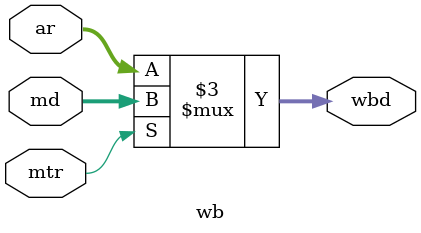
<source format=sv>
`timescale 1ns / 1ps


module wb( input logic[31:0] md, ar, input logic mtr, output logic[31:0] wbd);
always_comb begin 
    if(mtr) begin
        wbd = md;
    end
    else begin
    wbd = ar;
    end
end
endmodule

</source>
